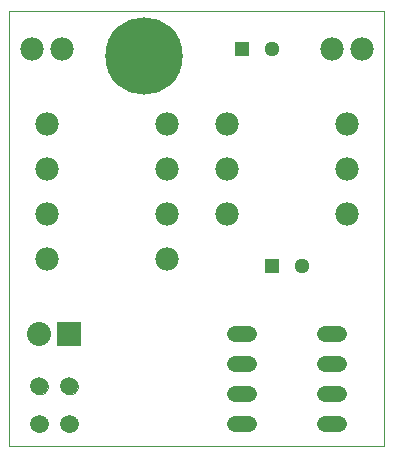
<source format=gbs>
G75*
%MOIN*%
%OFA0B0*%
%FSLAX24Y24*%
%IPPOS*%
%LPD*%
%AMOC8*
5,1,8,0,0,1.08239X$1,22.5*
%
%ADD10C,0.0000*%
%ADD11C,0.0591*%
%ADD12R,0.0512X0.0512*%
%ADD13C,0.0512*%
%ADD14C,0.0780*%
%ADD15C,0.0520*%
%ADD16C,0.0800*%
%ADD17C,0.2580*%
%ADD18R,0.0800X0.0800*%
D10*
X000180Y000346D02*
X000180Y014846D01*
X012680Y014846D01*
X012680Y000346D01*
X000180Y000346D01*
X000904Y001096D02*
X000906Y001129D01*
X000912Y001161D01*
X000921Y001192D01*
X000934Y001222D01*
X000951Y001250D01*
X000971Y001276D01*
X000994Y001300D01*
X001019Y001320D01*
X001047Y001338D01*
X001076Y001352D01*
X001107Y001362D01*
X001139Y001369D01*
X001172Y001372D01*
X001205Y001371D01*
X001237Y001366D01*
X001268Y001357D01*
X001299Y001345D01*
X001327Y001329D01*
X001354Y001310D01*
X001378Y001288D01*
X001399Y001263D01*
X001418Y001236D01*
X001433Y001207D01*
X001444Y001177D01*
X001452Y001145D01*
X001456Y001112D01*
X001456Y001080D01*
X001452Y001047D01*
X001444Y001015D01*
X001433Y000985D01*
X001418Y000956D01*
X001399Y000929D01*
X001378Y000904D01*
X001354Y000882D01*
X001327Y000863D01*
X001299Y000847D01*
X001268Y000835D01*
X001237Y000826D01*
X001205Y000821D01*
X001172Y000820D01*
X001139Y000823D01*
X001107Y000830D01*
X001076Y000840D01*
X001047Y000854D01*
X001019Y000872D01*
X000994Y000892D01*
X000971Y000916D01*
X000951Y000942D01*
X000934Y000970D01*
X000921Y001000D01*
X000912Y001031D01*
X000906Y001063D01*
X000904Y001096D01*
X000904Y002346D02*
X000906Y002379D01*
X000912Y002411D01*
X000921Y002442D01*
X000934Y002472D01*
X000951Y002500D01*
X000971Y002526D01*
X000994Y002550D01*
X001019Y002570D01*
X001047Y002588D01*
X001076Y002602D01*
X001107Y002612D01*
X001139Y002619D01*
X001172Y002622D01*
X001205Y002621D01*
X001237Y002616D01*
X001268Y002607D01*
X001299Y002595D01*
X001327Y002579D01*
X001354Y002560D01*
X001378Y002538D01*
X001399Y002513D01*
X001418Y002486D01*
X001433Y002457D01*
X001444Y002427D01*
X001452Y002395D01*
X001456Y002362D01*
X001456Y002330D01*
X001452Y002297D01*
X001444Y002265D01*
X001433Y002235D01*
X001418Y002206D01*
X001399Y002179D01*
X001378Y002154D01*
X001354Y002132D01*
X001327Y002113D01*
X001299Y002097D01*
X001268Y002085D01*
X001237Y002076D01*
X001205Y002071D01*
X001172Y002070D01*
X001139Y002073D01*
X001107Y002080D01*
X001076Y002090D01*
X001047Y002104D01*
X001019Y002122D01*
X000994Y002142D01*
X000971Y002166D01*
X000951Y002192D01*
X000934Y002220D01*
X000921Y002250D01*
X000912Y002281D01*
X000906Y002313D01*
X000904Y002346D01*
X001904Y002346D02*
X001906Y002379D01*
X001912Y002411D01*
X001921Y002442D01*
X001934Y002472D01*
X001951Y002500D01*
X001971Y002526D01*
X001994Y002550D01*
X002019Y002570D01*
X002047Y002588D01*
X002076Y002602D01*
X002107Y002612D01*
X002139Y002619D01*
X002172Y002622D01*
X002205Y002621D01*
X002237Y002616D01*
X002268Y002607D01*
X002299Y002595D01*
X002327Y002579D01*
X002354Y002560D01*
X002378Y002538D01*
X002399Y002513D01*
X002418Y002486D01*
X002433Y002457D01*
X002444Y002427D01*
X002452Y002395D01*
X002456Y002362D01*
X002456Y002330D01*
X002452Y002297D01*
X002444Y002265D01*
X002433Y002235D01*
X002418Y002206D01*
X002399Y002179D01*
X002378Y002154D01*
X002354Y002132D01*
X002327Y002113D01*
X002299Y002097D01*
X002268Y002085D01*
X002237Y002076D01*
X002205Y002071D01*
X002172Y002070D01*
X002139Y002073D01*
X002107Y002080D01*
X002076Y002090D01*
X002047Y002104D01*
X002019Y002122D01*
X001994Y002142D01*
X001971Y002166D01*
X001951Y002192D01*
X001934Y002220D01*
X001921Y002250D01*
X001912Y002281D01*
X001906Y002313D01*
X001904Y002346D01*
X001904Y001096D02*
X001906Y001129D01*
X001912Y001161D01*
X001921Y001192D01*
X001934Y001222D01*
X001951Y001250D01*
X001971Y001276D01*
X001994Y001300D01*
X002019Y001320D01*
X002047Y001338D01*
X002076Y001352D01*
X002107Y001362D01*
X002139Y001369D01*
X002172Y001372D01*
X002205Y001371D01*
X002237Y001366D01*
X002268Y001357D01*
X002299Y001345D01*
X002327Y001329D01*
X002354Y001310D01*
X002378Y001288D01*
X002399Y001263D01*
X002418Y001236D01*
X002433Y001207D01*
X002444Y001177D01*
X002452Y001145D01*
X002456Y001112D01*
X002456Y001080D01*
X002452Y001047D01*
X002444Y001015D01*
X002433Y000985D01*
X002418Y000956D01*
X002399Y000929D01*
X002378Y000904D01*
X002354Y000882D01*
X002327Y000863D01*
X002299Y000847D01*
X002268Y000835D01*
X002237Y000826D01*
X002205Y000821D01*
X002172Y000820D01*
X002139Y000823D01*
X002107Y000830D01*
X002076Y000840D01*
X002047Y000854D01*
X002019Y000872D01*
X001994Y000892D01*
X001971Y000916D01*
X001951Y000942D01*
X001934Y000970D01*
X001921Y001000D01*
X001912Y001031D01*
X001906Y001063D01*
X001904Y001096D01*
D11*
X002180Y001096D03*
X001180Y001096D03*
X001180Y002346D03*
X002180Y002346D03*
D12*
X008938Y006346D03*
X007938Y013596D03*
D13*
X008922Y013596D03*
X009922Y006346D03*
D14*
X011430Y008096D03*
X011430Y009596D03*
X011430Y011096D03*
X010930Y013596D03*
X011930Y013596D03*
X007430Y011096D03*
X007430Y009596D03*
X007430Y008096D03*
X005430Y008096D03*
X005430Y006596D03*
X005430Y009596D03*
X005430Y011096D03*
X001930Y013596D03*
X000930Y013596D03*
X001430Y011096D03*
X001430Y009596D03*
X001430Y008096D03*
X001430Y006596D03*
D15*
X007690Y004096D02*
X008170Y004096D01*
X008170Y003096D02*
X007690Y003096D01*
X007690Y002096D02*
X008170Y002096D01*
X008170Y001096D02*
X007690Y001096D01*
X010690Y001096D02*
X011170Y001096D01*
X011170Y002096D02*
X010690Y002096D01*
X010690Y003096D02*
X011170Y003096D01*
X011170Y004096D02*
X010690Y004096D01*
D16*
X001180Y004096D03*
D17*
X004680Y013346D03*
D18*
X002180Y004096D03*
M02*

</source>
